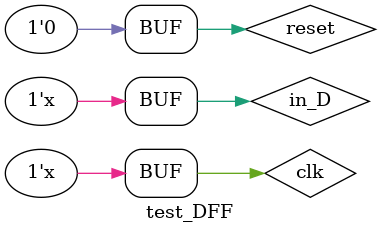
<source format=v>
`timescale 1ns / 1ps


module test_DFF;

	// Inputs
	reg in_D;
	reg clk;
	reg reset;

	// Outputs
	wire out_Q;
	wire out_QBar;

	// Instantiate the Unit Under Test (UUT)
	DFF uut (
		in_D, 
		clk, 
		reset, 
		out_Q, 
		out_QBar
	);

	initial begin
		// Initialize Inputs
		in_D = 0;
		clk = 0;
		reset = 0;

		// Wait 100 ns for global reset to finish
		#100;
        
		// Add stimulus here
	end
	
	always begin
		#50 in_D = ~in_D;
	end
	
	always begin
		#10 clk = ~clk;
	end
	
	always begin
		#251 reset = 1;
		#1 reset = 0;
	end
      
endmodule


</source>
